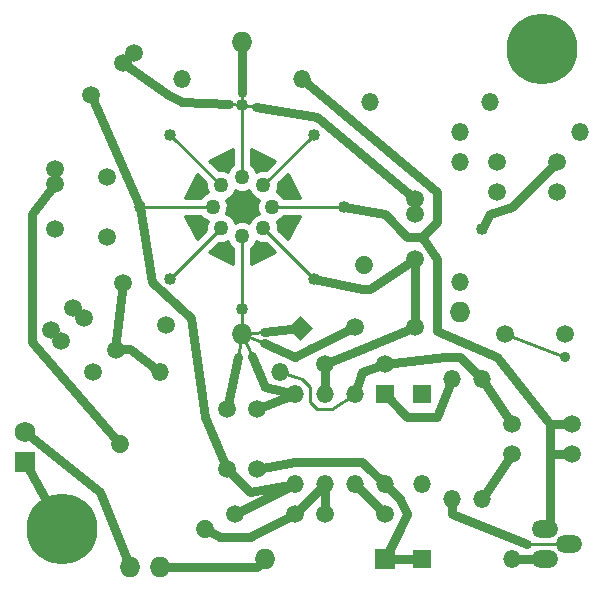
<source format=gbl>
G04 (created by PCBNEW (22-Jun-2014 BZR 4027)-stable) date Tue 23 Jan 2018 05:46:58 AM CST*
%MOIN*%
G04 Gerber Fmt 3.4, Leading zero omitted, Abs format*
%FSLAX34Y34*%
G01*
G70*
G90*
G04 APERTURE LIST*
%ADD10C,0.00590551*%
%ADD11O,0.0885X0.059*%
%ADD12O,0.059X0.059*%
%ADD13C,0.059*%
%ADD14C,0.05*%
%ADD15R,0.059X0.059*%
%ADD16O,0.069X0.069*%
%ADD17C,0.23622*%
%ADD18C,0.059*%
%ADD19R,0.069X0.069*%
%ADD20C,0.069*%
%ADD21C,0.04*%
%ADD22C,0.035*%
%ADD23C,0.03*%
%ADD24C,0.01*%
G04 APERTURE END LIST*
G54D10*
G54D11*
X95852Y-43250D03*
X96647Y-43750D03*
X95852Y-44250D03*
G54D12*
X92750Y-38250D03*
X92750Y-42250D03*
X93750Y-42250D03*
X93750Y-38250D03*
X83000Y-38000D03*
X87000Y-38000D03*
X83750Y-28250D03*
X87750Y-28250D03*
G54D13*
X84500Y-43250D02*
X84500Y-43250D01*
X81671Y-40421D02*
X81671Y-40421D01*
G54D14*
X85042Y-31792D03*
X86457Y-31792D03*
X86739Y-32500D03*
X85750Y-31510D03*
X86457Y-33207D03*
X85750Y-33489D03*
X85042Y-33207D03*
X84760Y-32500D03*
G54D15*
X90500Y-38750D03*
G54D12*
X89500Y-38750D03*
X88500Y-38750D03*
X87500Y-38750D03*
X87500Y-41750D03*
X88500Y-41750D03*
X90500Y-41750D03*
X89500Y-41750D03*
G54D16*
X83000Y-44500D03*
X82000Y-44500D03*
G54D17*
X95750Y-27250D03*
G54D18*
X94750Y-40750D03*
X96750Y-40750D03*
X91500Y-36500D03*
X89500Y-36500D03*
X85250Y-41250D03*
X85250Y-39250D03*
X86250Y-41250D03*
X86250Y-39250D03*
X88500Y-42750D03*
X90500Y-42750D03*
X81792Y-35042D03*
X83207Y-36457D03*
X81250Y-31500D03*
X81250Y-33500D03*
X96750Y-39750D03*
X94750Y-39750D03*
X90500Y-37750D03*
X88500Y-37750D03*
X87500Y-42750D03*
X85500Y-42750D03*
G54D16*
X85750Y-36750D03*
G54D19*
X90500Y-44250D03*
G54D16*
X86500Y-44250D03*
G54D15*
X91750Y-38750D03*
G54D12*
X91750Y-41750D03*
G54D10*
G36*
X87689Y-36143D02*
X88106Y-36560D01*
X87689Y-36977D01*
X87272Y-36560D01*
X87689Y-36143D01*
X87689Y-36143D01*
G37*
G54D13*
X89810Y-34439D02*
X89810Y-34439D01*
G54D15*
X91750Y-44250D03*
G54D12*
X94750Y-44250D03*
G54D18*
X82133Y-27366D03*
X80719Y-28780D03*
X81780Y-27719D03*
X79500Y-31250D03*
X79500Y-33250D03*
X79500Y-31750D03*
X91500Y-32250D03*
X91500Y-34250D03*
X91500Y-32750D03*
G54D19*
X78500Y-41000D03*
G54D20*
X78500Y-40000D03*
G54D17*
X79750Y-43250D03*
G54D16*
X85750Y-27000D03*
G54D12*
X90000Y-29000D03*
X94000Y-29000D03*
X97000Y-30000D03*
X93000Y-30000D03*
X93000Y-31000D03*
X93000Y-35000D03*
G54D18*
X94250Y-31000D03*
X96250Y-31000D03*
X96250Y-32000D03*
X94250Y-32000D03*
X96500Y-36750D03*
X94500Y-36750D03*
G54D16*
X93000Y-36000D03*
G54D18*
X80116Y-35866D03*
X81530Y-37280D03*
X80469Y-36219D03*
X79366Y-36616D03*
X80780Y-38030D03*
X79719Y-36969D03*
G54D21*
X89150Y-32500D03*
X82350Y-32500D03*
X83350Y-30100D03*
X88150Y-34900D03*
X88150Y-30100D03*
X83350Y-34900D03*
X85750Y-29100D03*
G54D22*
X96500Y-37500D03*
G54D21*
X93750Y-33250D03*
X85750Y-35900D03*
G54D23*
X89500Y-41000D02*
X89750Y-41000D01*
X87500Y-41000D02*
X89500Y-41000D01*
X86250Y-41250D02*
X87500Y-41000D01*
X89750Y-41000D02*
X90500Y-41750D01*
X90500Y-41750D02*
X91000Y-42250D01*
X91000Y-43250D02*
X90500Y-44250D01*
X91250Y-42750D02*
X91000Y-43250D01*
X91000Y-42250D02*
X91250Y-42750D01*
X90500Y-44250D02*
X91750Y-44250D01*
X78500Y-41000D02*
X79750Y-43250D01*
X96000Y-39750D02*
X94250Y-37500D01*
X92250Y-34250D02*
X92250Y-36642D01*
X92250Y-34250D02*
X91750Y-33500D01*
X94250Y-37500D02*
X92250Y-36642D01*
X96000Y-40750D02*
X96750Y-40750D01*
X96000Y-43250D02*
X96000Y-40750D01*
X96000Y-40750D02*
X96000Y-39750D01*
X96000Y-39750D02*
X96750Y-39750D01*
X91750Y-33500D02*
X92250Y-33000D01*
X92250Y-33000D02*
X92250Y-32000D01*
X92250Y-32000D02*
X87750Y-28250D01*
G54D24*
X86739Y-32500D02*
X89150Y-32500D01*
G54D23*
X89150Y-32500D02*
X90500Y-32750D01*
X91250Y-33500D02*
X91750Y-33500D01*
X90500Y-32750D02*
X91250Y-33500D01*
G54D24*
X89250Y-32500D02*
X89150Y-32500D01*
G54D23*
X82350Y-32500D02*
X80719Y-28780D01*
G54D24*
X84760Y-32500D02*
X82350Y-32500D01*
G54D23*
X84500Y-39500D02*
X85250Y-41250D01*
X82750Y-35000D02*
X84030Y-36217D01*
X84030Y-36217D02*
X84500Y-39500D01*
X82350Y-32500D02*
X82750Y-35000D01*
X87500Y-41750D02*
X86000Y-42000D01*
X86000Y-42000D02*
X85250Y-41250D01*
X87500Y-41750D02*
X85500Y-42750D01*
X90500Y-42750D02*
X89500Y-41750D01*
X84500Y-43250D02*
X85000Y-43500D01*
X86000Y-43500D02*
X87500Y-42750D01*
X85000Y-43500D02*
X86000Y-43500D01*
X88500Y-41750D02*
X87500Y-42750D01*
X88500Y-41750D02*
X88500Y-42750D01*
X93750Y-42250D02*
X94750Y-40750D01*
X90500Y-38750D02*
X91250Y-39500D01*
X92250Y-39500D02*
X92750Y-38250D01*
X91250Y-39500D02*
X92250Y-39500D01*
X94750Y-44250D02*
X96000Y-44250D01*
X95250Y-43750D02*
X92750Y-42750D01*
G54D24*
X96500Y-43750D02*
X95250Y-43750D01*
G54D23*
X92750Y-42750D02*
X92750Y-42250D01*
X90500Y-37750D02*
X92500Y-37500D01*
X93000Y-37500D02*
X93750Y-38250D01*
X92500Y-37500D02*
X93000Y-37500D01*
X93750Y-38250D02*
X94750Y-39750D01*
G54D24*
X87000Y-38000D02*
X87750Y-38250D01*
X88750Y-39250D02*
X89500Y-38750D01*
X88250Y-39250D02*
X88750Y-39250D01*
X88000Y-39000D02*
X88250Y-39250D01*
X88000Y-38500D02*
X88000Y-39000D01*
X87750Y-38250D02*
X88000Y-38500D01*
G54D23*
X89500Y-38750D02*
X89750Y-38000D01*
X89750Y-38000D02*
X90500Y-37750D01*
X83000Y-44500D02*
X86250Y-44500D01*
X86250Y-44500D02*
X86500Y-44250D01*
X79500Y-31750D02*
X78750Y-32750D01*
X78750Y-32750D02*
X78750Y-33750D01*
X78750Y-33750D02*
X78750Y-37000D01*
X78750Y-37000D02*
X81671Y-40421D01*
G54D24*
X85042Y-31792D02*
X83350Y-30100D01*
X83350Y-30100D02*
X83400Y-30100D01*
G54D23*
X79500Y-31750D02*
X79500Y-31250D01*
G54D24*
X86457Y-33207D02*
X88150Y-34900D01*
G54D23*
X91500Y-34250D02*
X91500Y-36500D01*
X88150Y-34900D02*
X89750Y-35250D01*
X90000Y-35250D02*
X91500Y-34250D01*
X89750Y-35250D02*
X90000Y-35250D01*
X88500Y-37750D02*
X89750Y-37250D01*
X89750Y-37250D02*
X91500Y-36500D01*
X88500Y-38750D02*
X88500Y-37750D01*
G54D24*
X88150Y-34900D02*
X88250Y-35000D01*
X86457Y-31792D02*
X88150Y-30100D01*
G54D23*
X81500Y-37250D02*
X82000Y-37250D01*
X82000Y-37250D02*
X83000Y-38000D01*
G54D24*
X83350Y-34900D02*
X85042Y-33207D01*
G54D23*
X81500Y-37250D02*
X81792Y-35042D01*
G54D24*
X85750Y-29100D02*
X85300Y-29077D01*
G54D23*
X85300Y-29077D02*
X83750Y-29000D01*
X83750Y-29000D02*
X83250Y-28750D01*
X83250Y-28750D02*
X81780Y-27719D01*
X81780Y-27719D02*
X82133Y-27366D01*
G54D24*
X85750Y-29100D02*
X85750Y-28700D01*
G54D23*
X85750Y-28700D02*
X85750Y-27000D01*
X91500Y-32250D02*
X91500Y-32750D01*
G54D24*
X85750Y-29100D02*
X86200Y-29172D01*
G54D23*
X86200Y-29172D02*
X88250Y-29500D01*
X88250Y-29500D02*
X91500Y-32250D01*
G54D24*
X85750Y-31510D02*
X85750Y-29100D01*
X94500Y-36750D02*
X96500Y-37500D01*
G54D23*
X94750Y-32500D02*
X96250Y-31000D01*
X94750Y-32500D02*
X94000Y-32750D01*
X93750Y-33250D02*
X94000Y-32750D01*
X78500Y-40000D02*
X81000Y-42000D01*
X81000Y-42000D02*
X82000Y-44500D01*
G54D24*
X85750Y-36750D02*
X85750Y-35900D01*
X85750Y-35900D02*
X85750Y-33489D01*
X85750Y-36750D02*
X86474Y-37060D01*
G54D23*
X86474Y-37060D02*
X87500Y-37500D01*
X87500Y-37500D02*
X88000Y-37250D01*
X88000Y-37250D02*
X89500Y-36500D01*
G54D24*
X85750Y-36750D02*
X86060Y-37474D01*
G54D23*
X86060Y-37474D02*
X86500Y-38500D01*
X86500Y-38500D02*
X87500Y-38750D01*
G54D24*
X85750Y-36750D02*
X86492Y-36677D01*
G54D23*
X86492Y-36677D02*
X87689Y-36560D01*
X85250Y-39250D02*
X85596Y-37519D01*
G54D24*
X85596Y-37519D02*
X85750Y-36750D01*
G54D23*
X86250Y-39250D02*
X86250Y-39250D01*
X86250Y-39250D02*
X87500Y-38750D01*
G54D24*
X86250Y-39250D02*
X87500Y-38750D01*
G54D10*
G36*
X84598Y-32025D02*
X84477Y-32075D01*
X84352Y-32200D01*
X83830Y-32200D01*
X84229Y-31403D01*
X84542Y-31717D01*
X84542Y-31891D01*
X84598Y-32025D01*
X84598Y-32025D01*
G37*
G54D24*
X84598Y-32025D02*
X84477Y-32075D01*
X84352Y-32200D01*
X83830Y-32200D01*
X84229Y-31403D01*
X84542Y-31717D01*
X84542Y-31891D01*
X84598Y-32025D01*
G54D10*
G36*
X84598Y-32974D02*
X84542Y-33107D01*
X84542Y-33282D01*
X84229Y-33596D01*
X83830Y-32800D01*
X84353Y-32800D01*
X84476Y-32923D01*
X84598Y-32974D01*
X84598Y-32974D01*
G37*
G54D24*
X84598Y-32974D02*
X84542Y-33107D01*
X84542Y-33282D01*
X84229Y-33596D01*
X83830Y-32800D01*
X84353Y-32800D01*
X84476Y-32923D01*
X84598Y-32974D01*
G54D10*
G36*
X85450Y-31103D02*
X85326Y-31226D01*
X85275Y-31348D01*
X85142Y-31292D01*
X84967Y-31292D01*
X84653Y-30979D01*
X85450Y-30580D01*
X85450Y-31103D01*
X85450Y-31103D01*
G37*
G54D24*
X85450Y-31103D02*
X85326Y-31226D01*
X85275Y-31348D01*
X85142Y-31292D01*
X84967Y-31292D01*
X84653Y-30979D01*
X85450Y-30580D01*
X85450Y-31103D01*
G54D10*
G36*
X85450Y-34419D02*
X84653Y-34020D01*
X84967Y-33707D01*
X85141Y-33707D01*
X85275Y-33651D01*
X85325Y-33772D01*
X85450Y-33897D01*
X85450Y-34419D01*
X85450Y-34419D01*
G37*
G54D24*
X85450Y-34419D02*
X84653Y-34020D01*
X84967Y-33707D01*
X85141Y-33707D01*
X85275Y-33651D01*
X85325Y-33772D01*
X85450Y-33897D01*
X85450Y-34419D01*
G54D10*
G36*
X86295Y-32267D02*
X86240Y-32400D01*
X86239Y-32599D01*
X86295Y-32732D01*
X86174Y-32782D01*
X86033Y-32923D01*
X85982Y-33045D01*
X85849Y-32990D01*
X85650Y-32989D01*
X85517Y-33045D01*
X85467Y-32924D01*
X85326Y-32783D01*
X85204Y-32732D01*
X85259Y-32599D01*
X85260Y-32400D01*
X85204Y-32267D01*
X85325Y-32217D01*
X85466Y-32076D01*
X85517Y-31954D01*
X85650Y-32009D01*
X85849Y-32010D01*
X85982Y-31954D01*
X86032Y-32075D01*
X86173Y-32216D01*
X86295Y-32267D01*
X86295Y-32267D01*
G37*
G54D24*
X86295Y-32267D02*
X86240Y-32400D01*
X86239Y-32599D01*
X86295Y-32732D01*
X86174Y-32782D01*
X86033Y-32923D01*
X85982Y-33045D01*
X85849Y-32990D01*
X85650Y-32989D01*
X85517Y-33045D01*
X85467Y-32924D01*
X85326Y-32783D01*
X85204Y-32732D01*
X85259Y-32599D01*
X85260Y-32400D01*
X85204Y-32267D01*
X85325Y-32217D01*
X85466Y-32076D01*
X85517Y-31954D01*
X85650Y-32009D01*
X85849Y-32010D01*
X85982Y-31954D01*
X86032Y-32075D01*
X86173Y-32216D01*
X86295Y-32267D01*
G54D10*
G36*
X86846Y-30979D02*
X86532Y-31292D01*
X86358Y-31292D01*
X86224Y-31348D01*
X86174Y-31227D01*
X86050Y-31102D01*
X86050Y-30580D01*
X86846Y-30979D01*
X86846Y-30979D01*
G37*
G54D24*
X86846Y-30979D02*
X86532Y-31292D01*
X86358Y-31292D01*
X86224Y-31348D01*
X86174Y-31227D01*
X86050Y-31102D01*
X86050Y-30580D01*
X86846Y-30979D01*
G54D10*
G36*
X86846Y-34020D02*
X86050Y-34419D01*
X86050Y-33896D01*
X86173Y-33773D01*
X86224Y-33651D01*
X86357Y-33707D01*
X86532Y-33707D01*
X86846Y-34020D01*
X86846Y-34020D01*
G37*
G54D24*
X86846Y-34020D02*
X86050Y-34419D01*
X86050Y-33896D01*
X86173Y-33773D01*
X86224Y-33651D01*
X86357Y-33707D01*
X86532Y-33707D01*
X86846Y-34020D01*
G54D10*
G36*
X87669Y-32200D02*
X87146Y-32200D01*
X87023Y-32076D01*
X86901Y-32025D01*
X86957Y-31892D01*
X86957Y-31717D01*
X87270Y-31403D01*
X87669Y-32200D01*
X87669Y-32200D01*
G37*
G54D24*
X87669Y-32200D02*
X87146Y-32200D01*
X87023Y-32076D01*
X86901Y-32025D01*
X86957Y-31892D01*
X86957Y-31717D01*
X87270Y-31403D01*
X87669Y-32200D01*
G54D10*
G36*
X87669Y-32800D02*
X87270Y-33596D01*
X86957Y-33282D01*
X86957Y-33108D01*
X86901Y-32974D01*
X87022Y-32924D01*
X87147Y-32800D01*
X87669Y-32800D01*
X87669Y-32800D01*
G37*
G54D24*
X87669Y-32800D02*
X87270Y-33596D01*
X86957Y-33282D01*
X86957Y-33108D01*
X86901Y-32974D01*
X87022Y-32924D01*
X87147Y-32800D01*
X87669Y-32800D01*
M02*

</source>
